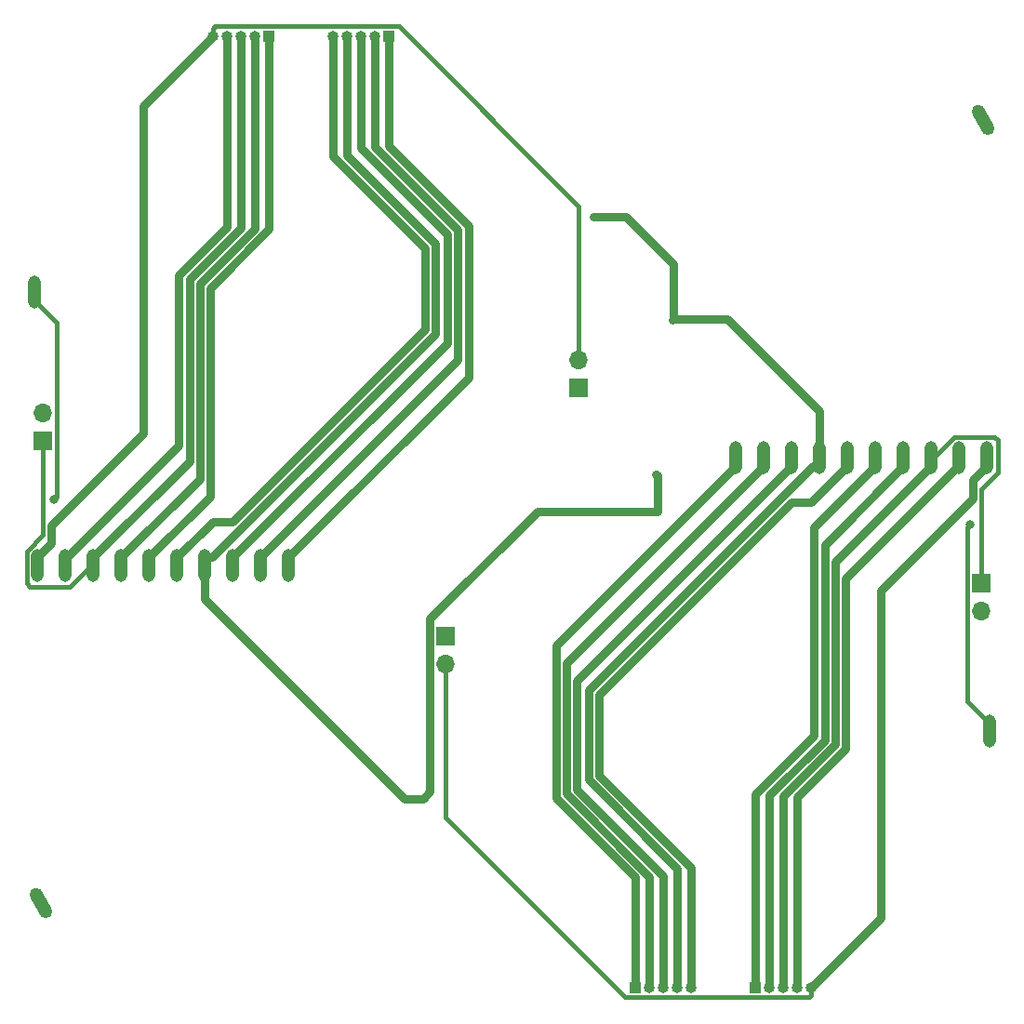
<source format=gbl>
%TF.GenerationSoftware,KiCad,Pcbnew,(6.0.1)*%
%TF.CreationDate,2022-09-01T16:14:04+08:00*%
%TF.ProjectId,CRVisionJoystickMerge,43525669-7369-46f6-9e4a-6f7973746963,rev?*%
%TF.SameCoordinates,Original*%
%TF.FileFunction,Copper,L2,Bot*%
%TF.FilePolarity,Positive*%
%FSLAX46Y46*%
G04 Gerber Fmt 4.6, Leading zero omitted, Abs format (unit mm)*
G04 Created by KiCad (PCBNEW (6.0.1)) date 2022-09-01 16:14:04*
%MOMM*%
%LPD*%
G01*
G04 APERTURE LIST*
G04 Aperture macros list*
%AMHorizOval*
0 Thick line with rounded ends*
0 $1 width*
0 $2 $3 position (X,Y) of the first rounded end (center of the circle)*
0 $4 $5 position (X,Y) of the second rounded end (center of the circle)*
0 Add line between two ends*
20,1,$1,$2,$3,$4,$5,0*
0 Add two circle primitives to create the rounded ends*
1,1,$1,$2,$3*
1,1,$1,$4,$5*%
G04 Aperture macros list end*
%TA.AperFunction,ComponentPad*%
%ADD10R,1.700000X1.700000*%
%TD*%
%TA.AperFunction,ComponentPad*%
%ADD11O,1.700000X1.700000*%
%TD*%
%TA.AperFunction,ComponentPad*%
%ADD12O,1.200000X3.000000*%
%TD*%
%TA.AperFunction,ComponentPad*%
%ADD13R,1.000000X1.000000*%
%TD*%
%TA.AperFunction,ComponentPad*%
%ADD14O,1.000000X1.000000*%
%TD*%
%TA.AperFunction,ComponentPad*%
%ADD15HorizOval,1.200000X-0.450000X0.779423X0.450000X-0.779423X0*%
%TD*%
%TA.AperFunction,ViaPad*%
%ADD16C,0.800000*%
%TD*%
%TA.AperFunction,Conductor*%
%ADD17C,0.750000*%
%TD*%
%TA.AperFunction,Conductor*%
%ADD18C,0.400000*%
%TD*%
G04 APERTURE END LIST*
D10*
X87682000Y-70280000D03*
D11*
X87682000Y-67740000D03*
D10*
X173118000Y-83220000D03*
D11*
X173118000Y-85760000D03*
D10*
X124350000Y-88046000D03*
D11*
X124350000Y-90586000D03*
D10*
X136450000Y-65454000D03*
D11*
X136450000Y-62914000D03*
D12*
X110060000Y-81650000D03*
X107520000Y-81650000D03*
X104980000Y-81650000D03*
X102440000Y-81650000D03*
X99900000Y-81650000D03*
X97360000Y-81650000D03*
X94820000Y-81650000D03*
X92280000Y-81650000D03*
X89740000Y-81650000D03*
X87200000Y-81650000D03*
D13*
X141612000Y-120050000D03*
D14*
X142882000Y-120050000D03*
X144152000Y-120050000D03*
X145422000Y-120050000D03*
X146692000Y-120050000D03*
D15*
X87496052Y-112403559D03*
D13*
X152544000Y-120050000D03*
D14*
X153814000Y-120050000D03*
X155084000Y-120050000D03*
X156354000Y-120050000D03*
X157624000Y-120050000D03*
D12*
X150740000Y-71850000D03*
X153280000Y-71850000D03*
X155820000Y-71850000D03*
X158360000Y-71850000D03*
X160900000Y-71850000D03*
X163440000Y-71850000D03*
X165980000Y-71850000D03*
X168520000Y-71850000D03*
X171060000Y-71850000D03*
X173600000Y-71850000D03*
D13*
X108256000Y-33450000D03*
D14*
X106986000Y-33450000D03*
X105716000Y-33450000D03*
X104446000Y-33450000D03*
X103176000Y-33450000D03*
D12*
X173880000Y-96732000D03*
D15*
X173303948Y-41096441D03*
D13*
X119188000Y-33450000D03*
D14*
X117918000Y-33450000D03*
X116648000Y-33450000D03*
X115378000Y-33450000D03*
X114108000Y-33450000D03*
D12*
X86920000Y-56768000D03*
D16*
X88698000Y-75614000D03*
X172102000Y-77886000D03*
D17*
X145100000Y-54200000D02*
X140800000Y-49900000D01*
X140800000Y-49900000D02*
X137800000Y-49900000D01*
X145100000Y-59200000D02*
X145100000Y-54200000D01*
X145100000Y-59200000D02*
X145000000Y-59300000D01*
X158360000Y-67560000D02*
X150000000Y-59200000D01*
X158360000Y-72600000D02*
X158360000Y-67560000D01*
X150000000Y-59200000D02*
X145100000Y-59200000D01*
X143600000Y-73400000D02*
X143500000Y-73300000D01*
X143600000Y-76700000D02*
X143600000Y-73400000D01*
X132700000Y-76700000D02*
X143600000Y-76700000D01*
X122925489Y-86474511D02*
X132700000Y-76700000D01*
X122925489Y-102224651D02*
X122925489Y-86474511D01*
X122262126Y-102888014D02*
X122925489Y-102224651D01*
X120633177Y-102888014D02*
X122262126Y-102888014D01*
X102440000Y-84694837D02*
X120633177Y-102888014D01*
X102440000Y-80900000D02*
X102440000Y-84694837D01*
X126411022Y-50697399D02*
X126411022Y-64548978D01*
X119188000Y-43474376D02*
X126411022Y-50697399D01*
X141612000Y-110025624D02*
X134388978Y-102802601D01*
X134388978Y-88951022D02*
X150740000Y-72600000D01*
X141612000Y-120050000D02*
X141612000Y-110025624D01*
X126411022Y-64548978D02*
X110060000Y-80900000D01*
X119188000Y-33450000D02*
X119188000Y-43474376D01*
X134388978Y-102802601D02*
X134388978Y-88951022D01*
X135338489Y-90541511D02*
X153280000Y-72600000D01*
X142882000Y-109952812D02*
X135338489Y-102409301D01*
X117918000Y-43547188D02*
X125461511Y-51090699D01*
X125461511Y-51090699D02*
X125461511Y-62958489D01*
X135338489Y-102409301D02*
X135338489Y-90541511D01*
X125461511Y-62958489D02*
X107520000Y-80900000D01*
X142882000Y-120050000D02*
X142882000Y-109952812D01*
X117918000Y-33450000D02*
X117918000Y-43547188D01*
X124512000Y-61368000D02*
X104980000Y-80900000D01*
X136288000Y-102016000D02*
X136288000Y-92132000D01*
X116648000Y-33450000D02*
X116648000Y-43620000D01*
X116648000Y-43620000D02*
X124512000Y-51484000D01*
X144152000Y-120050000D02*
X144152000Y-109880000D01*
X124512000Y-51484000D02*
X124512000Y-61368000D01*
X136288000Y-92132000D02*
X155820000Y-72600000D01*
X144152000Y-109880000D02*
X136288000Y-102016000D01*
X123429511Y-60513301D02*
X103042812Y-80900000D01*
X115378000Y-44309188D02*
X123429511Y-52360700D01*
X115378000Y-33450000D02*
X115378000Y-44309188D01*
X157757188Y-72600000D02*
X158360000Y-72600000D01*
X145422000Y-109190812D02*
X137370489Y-101139300D01*
X137370489Y-92986699D02*
X157757188Y-72600000D01*
X103042812Y-80900000D02*
X102440000Y-80900000D01*
X145422000Y-120050000D02*
X145422000Y-109190812D01*
X123429511Y-52360700D02*
X123429511Y-60513301D01*
X137370489Y-101139300D02*
X137370489Y-92986699D01*
X114108000Y-44382000D02*
X122480000Y-52754000D01*
X122480000Y-60120000D02*
X104954000Y-77646000D01*
X104954000Y-77646000D02*
X103154000Y-77646000D01*
X122480000Y-52754000D02*
X122480000Y-60120000D01*
X138320000Y-100746000D02*
X138320000Y-93380000D01*
X146692000Y-109118000D02*
X138320000Y-100746000D01*
X155846000Y-75854000D02*
X157646000Y-75854000D01*
X138320000Y-93380000D02*
X155846000Y-75854000D01*
X103154000Y-77646000D02*
X99900000Y-80900000D01*
X146692000Y-120050000D02*
X146692000Y-109118000D01*
X157646000Y-75854000D02*
X160900000Y-72600000D01*
X114108000Y-33450000D02*
X114108000Y-44382000D01*
X102910044Y-56359200D02*
X102910044Y-75349956D01*
X157889956Y-78150044D02*
X163440000Y-72600000D01*
X152544000Y-120050000D02*
X152544000Y-102486756D01*
X108256000Y-33450000D02*
X108256000Y-51013244D01*
X152544000Y-102486756D02*
X157889956Y-97140800D01*
X108256000Y-51013244D02*
X102910044Y-56359200D01*
X157889956Y-97140800D02*
X157889956Y-78150044D01*
X102910044Y-75349956D02*
X97360000Y-80900000D01*
X158839467Y-97534098D02*
X158839467Y-79740533D01*
X106986000Y-50940433D02*
X101960533Y-55965902D01*
X101960533Y-55965902D02*
X101960533Y-73759467D01*
X158839467Y-79740533D02*
X165980000Y-72600000D01*
X101960533Y-73759467D02*
X94820000Y-80900000D01*
X153814000Y-120050000D02*
X153814000Y-102559567D01*
X106986000Y-33450000D02*
X106986000Y-50940433D01*
X153814000Y-102559567D02*
X158839467Y-97534098D01*
D18*
X92280000Y-81423534D02*
X92280000Y-80900000D01*
D17*
X92280000Y-80900000D02*
X101011022Y-72168978D01*
D18*
X86200480Y-83276480D02*
X86473520Y-83549520D01*
X173099980Y-74663554D02*
X174599520Y-73164014D01*
D17*
X159788978Y-97927399D02*
X155084000Y-102632377D01*
D18*
X87700020Y-70298020D02*
X87700020Y-78836446D01*
X86473520Y-83549520D02*
X90154014Y-83549520D01*
X87700020Y-78836446D02*
X86200480Y-80335986D01*
X174599520Y-70223520D02*
X174326480Y-69950480D01*
D17*
X155084000Y-102632377D02*
X155084000Y-120050000D01*
X105716000Y-50867623D02*
X105716000Y-33450000D01*
X159788978Y-81331022D02*
X159788978Y-97927399D01*
X101011022Y-72168978D02*
X101011022Y-55572601D01*
D18*
X168520000Y-72076466D02*
X168520000Y-72600000D01*
D17*
X101011022Y-55572601D02*
X105716000Y-50867623D01*
D18*
X174599520Y-73164014D02*
X174599520Y-70223520D01*
X173118000Y-83220000D02*
X173099980Y-83201980D01*
D17*
X168520000Y-72600000D02*
X159788978Y-81331022D01*
D18*
X87682000Y-70280000D02*
X87700020Y-70298020D01*
X86200480Y-80335986D02*
X86200480Y-83276480D01*
X170645986Y-69950480D02*
X168520000Y-72076466D01*
X174326480Y-69950480D02*
X170645986Y-69950480D01*
X173099980Y-83201980D02*
X173099980Y-74663554D01*
X90154014Y-83549520D02*
X92280000Y-81423534D01*
D17*
X160738489Y-98320700D02*
X156354000Y-102705189D01*
D18*
X171868489Y-78119511D02*
X172102000Y-77886000D01*
D17*
X104446000Y-50794811D02*
X104446000Y-33450000D01*
X171060000Y-72600000D02*
X170965189Y-72600000D01*
D18*
X88931511Y-59529511D02*
X88931511Y-75380489D01*
X86920000Y-57518000D02*
X88931511Y-59529511D01*
D17*
X100061511Y-55179300D02*
X104446000Y-50794811D01*
X170965189Y-72600000D02*
X160738489Y-82826700D01*
X89834811Y-80900000D02*
X100061511Y-70673300D01*
X156354000Y-102705189D02*
X156354000Y-120050000D01*
D18*
X173880000Y-95982000D02*
X171868489Y-93970489D01*
X88931511Y-75380489D02*
X88698000Y-75614000D01*
D17*
X160738489Y-82826700D02*
X160738489Y-98320700D01*
X100061511Y-70673300D02*
X100061511Y-55179300D01*
X89740000Y-80900000D02*
X89834811Y-80900000D01*
D18*
X171868489Y-93970489D02*
X171868489Y-78119511D01*
D17*
X172325469Y-75551207D02*
X172325469Y-73874531D01*
D18*
X120087511Y-32550489D02*
X103368405Y-32550489D01*
X124350000Y-90586000D02*
X124350000Y-104587022D01*
D17*
X88474531Y-79625469D02*
X87200000Y-80900000D01*
D18*
X103368405Y-32550489D02*
X103176000Y-32742894D01*
X157431595Y-120949511D02*
X157624000Y-120757106D01*
D17*
X103176000Y-33450000D02*
X96826000Y-39800000D01*
D18*
X136450000Y-62914000D02*
X136450000Y-48912978D01*
D17*
X163974000Y-113700000D02*
X163974000Y-83902676D01*
D18*
X103176000Y-32742894D02*
X103176000Y-33450000D01*
X140712489Y-120949511D02*
X157431595Y-120949511D01*
X157624000Y-120757106D02*
X157624000Y-120050000D01*
D17*
X172325469Y-73874531D02*
X173600000Y-72600000D01*
D18*
X124350000Y-104587022D02*
X140712489Y-120949511D01*
D17*
X163974000Y-83902676D02*
X172325469Y-75551207D01*
D18*
X136450000Y-48912978D02*
X120087511Y-32550489D01*
D17*
X88474531Y-77948793D02*
X88474531Y-79625469D01*
X96826000Y-69597324D02*
X88474531Y-77948793D01*
X157624000Y-120050000D02*
X163974000Y-113700000D01*
X96826000Y-39800000D02*
X96826000Y-69597324D01*
M02*

</source>
